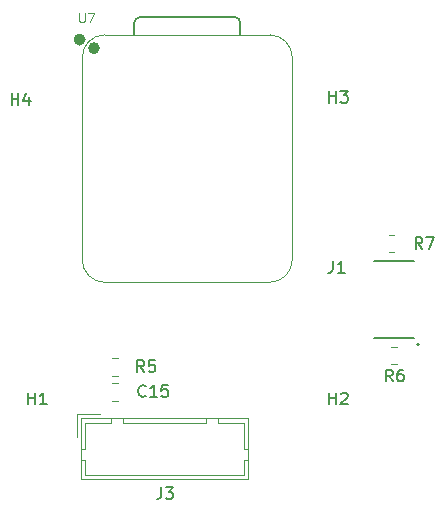
<source format=gbr>
%TF.GenerationSoftware,KiCad,Pcbnew,8.0.8*%
%TF.CreationDate,2025-05-27T15:32:41+02:00*%
%TF.ProjectId,gFocus,67466f63-7573-42e6-9b69-6361645f7063,rev?*%
%TF.SameCoordinates,Original*%
%TF.FileFunction,Legend,Top*%
%TF.FilePolarity,Positive*%
%FSLAX46Y46*%
G04 Gerber Fmt 4.6, Leading zero omitted, Abs format (unit mm)*
G04 Created by KiCad (PCBNEW 8.0.8) date 2025-05-27 15:32:41*
%MOMM*%
%LPD*%
G01*
G04 APERTURE LIST*
%ADD10C,0.106680*%
%ADD11C,0.150000*%
%ADD12C,0.100000*%
%ADD13C,0.127000*%
%ADD14C,0.504000*%
%ADD15C,0.120000*%
%ADD16C,0.200000*%
G04 APERTURE END LIST*
D10*
X136733456Y-73516391D02*
X136733456Y-74149698D01*
X136733456Y-74149698D02*
X136770710Y-74224204D01*
X136770710Y-74224204D02*
X136807963Y-74261458D01*
X136807963Y-74261458D02*
X136882470Y-74298711D01*
X136882470Y-74298711D02*
X137031483Y-74298711D01*
X137031483Y-74298711D02*
X137105990Y-74261458D01*
X137105990Y-74261458D02*
X137143243Y-74224204D01*
X137143243Y-74224204D02*
X137180496Y-74149698D01*
X137180496Y-74149698D02*
X137180496Y-73516391D01*
X137478523Y-73516391D02*
X138000069Y-73516391D01*
X138000069Y-73516391D02*
X137664789Y-74298711D01*
D11*
X157888095Y-106654819D02*
X157888095Y-105654819D01*
X157888095Y-106131009D02*
X158459523Y-106131009D01*
X158459523Y-106654819D02*
X158459523Y-105654819D01*
X158888095Y-105750057D02*
X158935714Y-105702438D01*
X158935714Y-105702438D02*
X159030952Y-105654819D01*
X159030952Y-105654819D02*
X159269047Y-105654819D01*
X159269047Y-105654819D02*
X159364285Y-105702438D01*
X159364285Y-105702438D02*
X159411904Y-105750057D01*
X159411904Y-105750057D02*
X159459523Y-105845295D01*
X159459523Y-105845295D02*
X159459523Y-105940533D01*
X159459523Y-105940533D02*
X159411904Y-106083390D01*
X159411904Y-106083390D02*
X158840476Y-106654819D01*
X158840476Y-106654819D02*
X159459523Y-106654819D01*
X165770833Y-93479819D02*
X165437500Y-93003628D01*
X165199405Y-93479819D02*
X165199405Y-92479819D01*
X165199405Y-92479819D02*
X165580357Y-92479819D01*
X165580357Y-92479819D02*
X165675595Y-92527438D01*
X165675595Y-92527438D02*
X165723214Y-92575057D01*
X165723214Y-92575057D02*
X165770833Y-92670295D01*
X165770833Y-92670295D02*
X165770833Y-92813152D01*
X165770833Y-92813152D02*
X165723214Y-92908390D01*
X165723214Y-92908390D02*
X165675595Y-92956009D01*
X165675595Y-92956009D02*
X165580357Y-93003628D01*
X165580357Y-93003628D02*
X165199405Y-93003628D01*
X166104167Y-92479819D02*
X166770833Y-92479819D01*
X166770833Y-92479819D02*
X166342262Y-93479819D01*
X132388095Y-106654819D02*
X132388095Y-105654819D01*
X132388095Y-106131009D02*
X132959523Y-106131009D01*
X132959523Y-106654819D02*
X132959523Y-105654819D01*
X133959523Y-106654819D02*
X133388095Y-106654819D01*
X133673809Y-106654819D02*
X133673809Y-105654819D01*
X133673809Y-105654819D02*
X133578571Y-105797676D01*
X133578571Y-105797676D02*
X133483333Y-105892914D01*
X133483333Y-105892914D02*
X133388095Y-105940533D01*
X157888095Y-81104819D02*
X157888095Y-80104819D01*
X157888095Y-80581009D02*
X158459523Y-80581009D01*
X158459523Y-81104819D02*
X158459523Y-80104819D01*
X158840476Y-80104819D02*
X159459523Y-80104819D01*
X159459523Y-80104819D02*
X159126190Y-80485771D01*
X159126190Y-80485771D02*
X159269047Y-80485771D01*
X159269047Y-80485771D02*
X159364285Y-80533390D01*
X159364285Y-80533390D02*
X159411904Y-80581009D01*
X159411904Y-80581009D02*
X159459523Y-80676247D01*
X159459523Y-80676247D02*
X159459523Y-80914342D01*
X159459523Y-80914342D02*
X159411904Y-81009580D01*
X159411904Y-81009580D02*
X159364285Y-81057200D01*
X159364285Y-81057200D02*
X159269047Y-81104819D01*
X159269047Y-81104819D02*
X158983333Y-81104819D01*
X158983333Y-81104819D02*
X158888095Y-81057200D01*
X158888095Y-81057200D02*
X158840476Y-81009580D01*
X130988095Y-81304819D02*
X130988095Y-80304819D01*
X130988095Y-80781009D02*
X131559523Y-80781009D01*
X131559523Y-81304819D02*
X131559523Y-80304819D01*
X132464285Y-80638152D02*
X132464285Y-81304819D01*
X132226190Y-80257200D02*
X131988095Y-80971485D01*
X131988095Y-80971485D02*
X132607142Y-80971485D01*
X158204166Y-94504819D02*
X158204166Y-95219104D01*
X158204166Y-95219104D02*
X158156547Y-95361961D01*
X158156547Y-95361961D02*
X158061309Y-95457200D01*
X158061309Y-95457200D02*
X157918452Y-95504819D01*
X157918452Y-95504819D02*
X157823214Y-95504819D01*
X159204166Y-95504819D02*
X158632738Y-95504819D01*
X158918452Y-95504819D02*
X158918452Y-94504819D01*
X158918452Y-94504819D02*
X158823214Y-94647676D01*
X158823214Y-94647676D02*
X158727976Y-94742914D01*
X158727976Y-94742914D02*
X158632738Y-94790533D01*
X163245833Y-104704819D02*
X162912500Y-104228628D01*
X162674405Y-104704819D02*
X162674405Y-103704819D01*
X162674405Y-103704819D02*
X163055357Y-103704819D01*
X163055357Y-103704819D02*
X163150595Y-103752438D01*
X163150595Y-103752438D02*
X163198214Y-103800057D01*
X163198214Y-103800057D02*
X163245833Y-103895295D01*
X163245833Y-103895295D02*
X163245833Y-104038152D01*
X163245833Y-104038152D02*
X163198214Y-104133390D01*
X163198214Y-104133390D02*
X163150595Y-104181009D01*
X163150595Y-104181009D02*
X163055357Y-104228628D01*
X163055357Y-104228628D02*
X162674405Y-104228628D01*
X164102976Y-103704819D02*
X163912500Y-103704819D01*
X163912500Y-103704819D02*
X163817262Y-103752438D01*
X163817262Y-103752438D02*
X163769643Y-103800057D01*
X163769643Y-103800057D02*
X163674405Y-103942914D01*
X163674405Y-103942914D02*
X163626786Y-104133390D01*
X163626786Y-104133390D02*
X163626786Y-104514342D01*
X163626786Y-104514342D02*
X163674405Y-104609580D01*
X163674405Y-104609580D02*
X163722024Y-104657200D01*
X163722024Y-104657200D02*
X163817262Y-104704819D01*
X163817262Y-104704819D02*
X164007738Y-104704819D01*
X164007738Y-104704819D02*
X164102976Y-104657200D01*
X164102976Y-104657200D02*
X164150595Y-104609580D01*
X164150595Y-104609580D02*
X164198214Y-104514342D01*
X164198214Y-104514342D02*
X164198214Y-104276247D01*
X164198214Y-104276247D02*
X164150595Y-104181009D01*
X164150595Y-104181009D02*
X164102976Y-104133390D01*
X164102976Y-104133390D02*
X164007738Y-104085771D01*
X164007738Y-104085771D02*
X163817262Y-104085771D01*
X163817262Y-104085771D02*
X163722024Y-104133390D01*
X163722024Y-104133390D02*
X163674405Y-104181009D01*
X163674405Y-104181009D02*
X163626786Y-104276247D01*
X142220833Y-103904819D02*
X141887500Y-103428628D01*
X141649405Y-103904819D02*
X141649405Y-102904819D01*
X141649405Y-102904819D02*
X142030357Y-102904819D01*
X142030357Y-102904819D02*
X142125595Y-102952438D01*
X142125595Y-102952438D02*
X142173214Y-103000057D01*
X142173214Y-103000057D02*
X142220833Y-103095295D01*
X142220833Y-103095295D02*
X142220833Y-103238152D01*
X142220833Y-103238152D02*
X142173214Y-103333390D01*
X142173214Y-103333390D02*
X142125595Y-103381009D01*
X142125595Y-103381009D02*
X142030357Y-103428628D01*
X142030357Y-103428628D02*
X141649405Y-103428628D01*
X143125595Y-102904819D02*
X142649405Y-102904819D01*
X142649405Y-102904819D02*
X142601786Y-103381009D01*
X142601786Y-103381009D02*
X142649405Y-103333390D01*
X142649405Y-103333390D02*
X142744643Y-103285771D01*
X142744643Y-103285771D02*
X142982738Y-103285771D01*
X142982738Y-103285771D02*
X143077976Y-103333390D01*
X143077976Y-103333390D02*
X143125595Y-103381009D01*
X143125595Y-103381009D02*
X143173214Y-103476247D01*
X143173214Y-103476247D02*
X143173214Y-103714342D01*
X143173214Y-103714342D02*
X143125595Y-103809580D01*
X143125595Y-103809580D02*
X143077976Y-103857200D01*
X143077976Y-103857200D02*
X142982738Y-103904819D01*
X142982738Y-103904819D02*
X142744643Y-103904819D01*
X142744643Y-103904819D02*
X142649405Y-103857200D01*
X142649405Y-103857200D02*
X142601786Y-103809580D01*
X142344642Y-105909580D02*
X142297023Y-105957200D01*
X142297023Y-105957200D02*
X142154166Y-106004819D01*
X142154166Y-106004819D02*
X142058928Y-106004819D01*
X142058928Y-106004819D02*
X141916071Y-105957200D01*
X141916071Y-105957200D02*
X141820833Y-105861961D01*
X141820833Y-105861961D02*
X141773214Y-105766723D01*
X141773214Y-105766723D02*
X141725595Y-105576247D01*
X141725595Y-105576247D02*
X141725595Y-105433390D01*
X141725595Y-105433390D02*
X141773214Y-105242914D01*
X141773214Y-105242914D02*
X141820833Y-105147676D01*
X141820833Y-105147676D02*
X141916071Y-105052438D01*
X141916071Y-105052438D02*
X142058928Y-105004819D01*
X142058928Y-105004819D02*
X142154166Y-105004819D01*
X142154166Y-105004819D02*
X142297023Y-105052438D01*
X142297023Y-105052438D02*
X142344642Y-105100057D01*
X143297023Y-106004819D02*
X142725595Y-106004819D01*
X143011309Y-106004819D02*
X143011309Y-105004819D01*
X143011309Y-105004819D02*
X142916071Y-105147676D01*
X142916071Y-105147676D02*
X142820833Y-105242914D01*
X142820833Y-105242914D02*
X142725595Y-105290533D01*
X144201785Y-105004819D02*
X143725595Y-105004819D01*
X143725595Y-105004819D02*
X143677976Y-105481009D01*
X143677976Y-105481009D02*
X143725595Y-105433390D01*
X143725595Y-105433390D02*
X143820833Y-105385771D01*
X143820833Y-105385771D02*
X144058928Y-105385771D01*
X144058928Y-105385771D02*
X144154166Y-105433390D01*
X144154166Y-105433390D02*
X144201785Y-105481009D01*
X144201785Y-105481009D02*
X144249404Y-105576247D01*
X144249404Y-105576247D02*
X144249404Y-105814342D01*
X144249404Y-105814342D02*
X144201785Y-105909580D01*
X144201785Y-105909580D02*
X144154166Y-105957200D01*
X144154166Y-105957200D02*
X144058928Y-106004819D01*
X144058928Y-106004819D02*
X143820833Y-106004819D01*
X143820833Y-106004819D02*
X143725595Y-105957200D01*
X143725595Y-105957200D02*
X143677976Y-105909580D01*
X143666666Y-113654819D02*
X143666666Y-114369104D01*
X143666666Y-114369104D02*
X143619047Y-114511961D01*
X143619047Y-114511961D02*
X143523809Y-114607200D01*
X143523809Y-114607200D02*
X143380952Y-114654819D01*
X143380952Y-114654819D02*
X143285714Y-114654819D01*
X144047619Y-113654819D02*
X144666666Y-113654819D01*
X144666666Y-113654819D02*
X144333333Y-114035771D01*
X144333333Y-114035771D02*
X144476190Y-114035771D01*
X144476190Y-114035771D02*
X144571428Y-114083390D01*
X144571428Y-114083390D02*
X144619047Y-114131009D01*
X144619047Y-114131009D02*
X144666666Y-114226247D01*
X144666666Y-114226247D02*
X144666666Y-114464342D01*
X144666666Y-114464342D02*
X144619047Y-114559580D01*
X144619047Y-114559580D02*
X144571428Y-114607200D01*
X144571428Y-114607200D02*
X144476190Y-114654819D01*
X144476190Y-114654819D02*
X144190476Y-114654819D01*
X144190476Y-114654819D02*
X144095238Y-114607200D01*
X144095238Y-114607200D02*
X144047619Y-114559580D01*
D12*
%TO.C,U7*%
X136978006Y-94412700D02*
X136978006Y-77267700D01*
X138883006Y-96317700D02*
X152853006Y-96317700D01*
D13*
X141373006Y-75362700D02*
X141376734Y-74352428D01*
X141876734Y-73852700D02*
X149872006Y-73852700D01*
X150372006Y-74352700D02*
X150372006Y-75362700D01*
D12*
X152853006Y-75362700D02*
X138883006Y-75362700D01*
X152853006Y-75362700D02*
X138883006Y-75362700D01*
X154758006Y-94412700D02*
X154758006Y-77267700D01*
X136978006Y-77263700D02*
G75*
G02*
X138883006Y-75358700I1905024J-24D01*
G01*
X138883006Y-96317700D02*
G75*
G02*
X136978006Y-94412700I0J1905000D01*
G01*
D13*
X141376734Y-74352428D02*
G75*
G02*
X141876734Y-73852698I500022J-292D01*
G01*
X149872006Y-73852700D02*
G75*
G02*
X150372006Y-74352700I0J-500000D01*
G01*
D12*
X152853006Y-75362700D02*
G75*
G02*
X154758006Y-77267700I0J-1905000D01*
G01*
X154758006Y-94412700D02*
G75*
G02*
X152853006Y-96317700I-1905000J0D01*
G01*
D14*
X137003994Y-75766688D02*
G75*
G02*
X136499994Y-75766688I-252000J0D01*
G01*
X136499994Y-75766688D02*
G75*
G02*
X137003994Y-75766688I252000J0D01*
G01*
X138220994Y-76489688D02*
G75*
G02*
X137716994Y-76489688I-252000J0D01*
G01*
X137716994Y-76489688D02*
G75*
G02*
X138220994Y-76489688I252000J0D01*
G01*
D15*
%TO.C,R7*%
X163364564Y-92290000D02*
X162910436Y-92290000D01*
X163364564Y-93760000D02*
X162910436Y-93760000D01*
D16*
%TO.C,J1*%
X165507500Y-101560000D02*
G75*
G02*
X165307500Y-101560000I-100000J0D01*
G01*
X165307500Y-101560000D02*
G75*
G02*
X165507500Y-101560000I100000J0D01*
G01*
X165087500Y-100995000D02*
X165087500Y-100995000D01*
X165087500Y-100995000D02*
X161657500Y-100995000D01*
X165087500Y-94475000D02*
X165087500Y-94475000D01*
X161657500Y-100995000D02*
X161657500Y-100995000D01*
X161657500Y-94475000D02*
X165087500Y-94475000D01*
X161657500Y-94475000D02*
X161657500Y-94475000D01*
D15*
%TO.C,R6*%
X163614564Y-101765000D02*
X163160436Y-101765000D01*
X163614564Y-103235000D02*
X163160436Y-103235000D01*
%TO.C,R5*%
X139510436Y-102765000D02*
X139964564Y-102765000D01*
X139510436Y-104235000D02*
X139964564Y-104235000D01*
%TO.C,C15*%
X140011252Y-104865000D02*
X139488748Y-104865000D01*
X140011252Y-106335000D02*
X139488748Y-106335000D01*
%TO.C,J3*%
X136535000Y-107490000D02*
X138445000Y-107490000D01*
X136535000Y-109400000D02*
X136535000Y-107490000D01*
X136845000Y-107800000D02*
X136845000Y-113000000D01*
X136845000Y-110400000D02*
X137245000Y-110400000D01*
X136845000Y-111400000D02*
X137245000Y-111400000D01*
X136845000Y-113000000D02*
X151045000Y-113000000D01*
X137245000Y-108200000D02*
X139445000Y-108200000D01*
X137245000Y-110400000D02*
X137245000Y-108200000D01*
X137245000Y-111400000D02*
X137245000Y-112600000D01*
X137245000Y-112600000D02*
X150645000Y-112600000D01*
X139445000Y-108200000D02*
X139445000Y-107800000D01*
X140445000Y-107800000D02*
X140445000Y-108200000D01*
X140445000Y-108200000D02*
X147445000Y-108200000D01*
X147445000Y-108200000D02*
X147445000Y-107800000D01*
X148445000Y-108200000D02*
X148445000Y-107800000D01*
X150645000Y-108200000D02*
X148445000Y-108200000D01*
X150645000Y-110400000D02*
X150645000Y-108200000D01*
X150645000Y-111400000D02*
X151045000Y-111400000D01*
X150645000Y-112600000D02*
X150645000Y-111400000D01*
X151045000Y-107800000D02*
X136845000Y-107800000D01*
X151045000Y-110400000D02*
X150645000Y-110400000D01*
X151045000Y-113000000D02*
X151045000Y-107800000D01*
%TD*%
M02*

</source>
